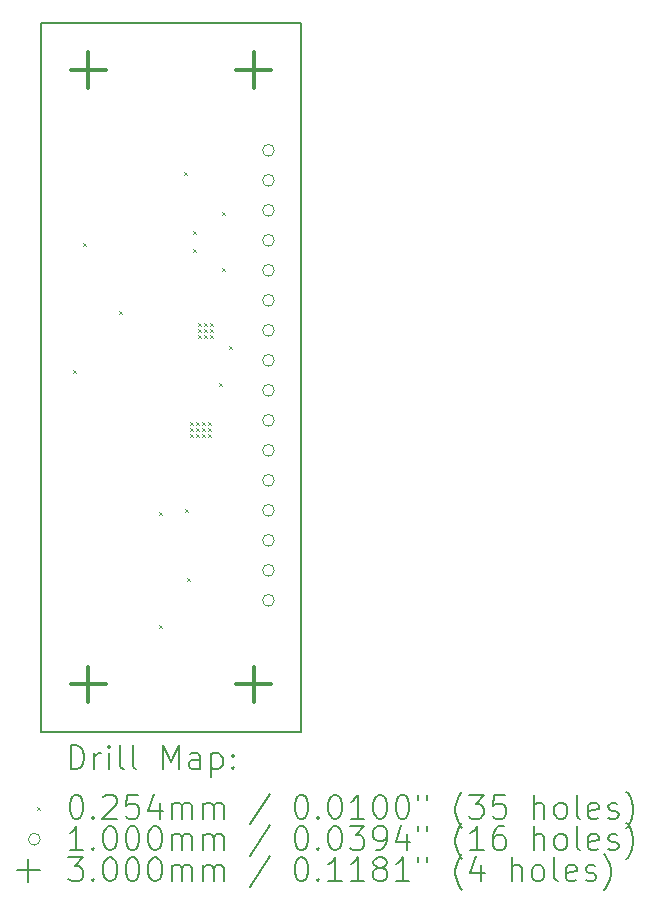
<source format=gbr>
%FSLAX45Y45*%
G04 Gerber Fmt 4.5, Leading zero omitted, Abs format (unit mm)*
G04 Created by KiCad (PCBNEW 6.0.2+dfsg-1) date 2022-07-08 08:02:09*
%MOMM*%
%LPD*%
G01*
G04 APERTURE LIST*
%TA.AperFunction,Profile*%
%ADD10C,0.150000*%
%TD*%
%ADD11C,0.200000*%
%ADD12C,0.025400*%
%ADD13C,0.100000*%
%ADD14C,0.300000*%
G04 APERTURE END LIST*
D10*
X12300000Y-9900000D02*
X12300000Y-3900000D01*
X12300000Y-3900000D02*
X14500000Y-3900000D01*
X14500000Y-3900000D02*
X14500000Y-9900000D01*
X14500000Y-9900000D02*
X12300000Y-9900000D01*
D11*
D12*
X12573000Y-6841950D02*
X12598400Y-6867350D01*
X12598400Y-6841950D02*
X12573000Y-6867350D01*
X12651740Y-5759450D02*
X12677140Y-5784850D01*
X12677140Y-5759450D02*
X12651740Y-5784850D01*
X12960350Y-6337300D02*
X12985750Y-6362700D01*
X12985750Y-6337300D02*
X12960350Y-6362700D01*
X13296900Y-8045200D02*
X13322300Y-8070600D01*
X13322300Y-8045200D02*
X13296900Y-8070600D01*
X13296900Y-8998200D02*
X13322300Y-9023600D01*
X13322300Y-8998200D02*
X13296900Y-9023600D01*
X13505850Y-5162550D02*
X13531250Y-5187950D01*
X13531250Y-5162550D02*
X13505850Y-5187950D01*
X13516600Y-8013700D02*
X13542000Y-8039100D01*
X13542000Y-8013700D02*
X13516600Y-8039100D01*
X13537260Y-8596380D02*
X13562660Y-8621780D01*
X13562660Y-8596380D02*
X13537260Y-8621780D01*
X13563600Y-7277100D02*
X13589000Y-7302500D01*
X13589000Y-7277100D02*
X13563600Y-7302500D01*
X13563600Y-7327900D02*
X13589000Y-7353300D01*
X13589000Y-7327900D02*
X13563600Y-7353300D01*
X13563600Y-7378700D02*
X13589000Y-7404100D01*
X13589000Y-7378700D02*
X13563600Y-7404100D01*
X13589000Y-5816600D02*
X13614400Y-5842000D01*
X13614400Y-5816600D02*
X13589000Y-5842000D01*
X13589010Y-5664200D02*
X13614410Y-5689600D01*
X13614410Y-5664200D02*
X13589010Y-5689600D01*
X13614400Y-7277100D02*
X13639800Y-7302500D01*
X13639800Y-7277100D02*
X13614400Y-7302500D01*
X13614400Y-7327900D02*
X13639800Y-7353300D01*
X13639800Y-7327900D02*
X13614400Y-7353300D01*
X13614400Y-7378700D02*
X13639800Y-7404100D01*
X13639800Y-7378700D02*
X13614400Y-7404100D01*
X13627100Y-6438900D02*
X13652500Y-6464300D01*
X13652500Y-6438900D02*
X13627100Y-6464300D01*
X13627100Y-6489700D02*
X13652500Y-6515100D01*
X13652500Y-6489700D02*
X13627100Y-6515100D01*
X13627100Y-6540500D02*
X13652500Y-6565900D01*
X13652500Y-6540500D02*
X13627100Y-6565900D01*
X13665200Y-7277100D02*
X13690600Y-7302500D01*
X13690600Y-7277100D02*
X13665200Y-7302500D01*
X13665200Y-7327900D02*
X13690600Y-7353300D01*
X13690600Y-7327900D02*
X13665200Y-7353300D01*
X13665200Y-7378700D02*
X13690600Y-7404100D01*
X13690600Y-7378700D02*
X13665200Y-7404100D01*
X13677900Y-6438900D02*
X13703300Y-6464300D01*
X13703300Y-6438900D02*
X13677900Y-6464300D01*
X13677900Y-6489700D02*
X13703300Y-6515100D01*
X13703300Y-6489700D02*
X13677900Y-6515100D01*
X13677900Y-6540500D02*
X13703300Y-6565900D01*
X13703300Y-6540500D02*
X13677900Y-6565900D01*
X13716000Y-7277100D02*
X13741400Y-7302500D01*
X13741400Y-7277100D02*
X13716000Y-7302500D01*
X13716000Y-7327900D02*
X13741400Y-7353300D01*
X13741400Y-7327900D02*
X13716000Y-7353300D01*
X13716000Y-7378700D02*
X13741400Y-7404100D01*
X13741400Y-7378700D02*
X13716000Y-7404100D01*
X13728700Y-6438900D02*
X13754100Y-6464300D01*
X13754100Y-6438900D02*
X13728700Y-6464300D01*
X13728700Y-6489700D02*
X13754100Y-6515100D01*
X13754100Y-6489700D02*
X13728700Y-6515100D01*
X13728700Y-6540500D02*
X13754100Y-6565900D01*
X13754100Y-6540500D02*
X13728700Y-6565900D01*
X13807440Y-6946900D02*
X13832840Y-6972300D01*
X13832840Y-6946900D02*
X13807440Y-6972300D01*
X13830300Y-5503700D02*
X13855700Y-5529100D01*
X13855700Y-5503700D02*
X13830300Y-5529100D01*
X13830300Y-5979400D02*
X13855700Y-6004800D01*
X13855700Y-5979400D02*
X13830300Y-6004800D01*
X13886180Y-6637010D02*
X13911580Y-6662410D01*
X13911580Y-6637010D02*
X13886180Y-6662410D01*
D13*
X14274000Y-4978400D02*
G75*
G03*
X14274000Y-4978400I-50000J0D01*
G01*
X14274000Y-5232400D02*
G75*
G03*
X14274000Y-5232400I-50000J0D01*
G01*
X14274000Y-5486400D02*
G75*
G03*
X14274000Y-5486400I-50000J0D01*
G01*
X14274000Y-5740400D02*
G75*
G03*
X14274000Y-5740400I-50000J0D01*
G01*
X14274000Y-5994400D02*
G75*
G03*
X14274000Y-5994400I-50000J0D01*
G01*
X14274000Y-6248400D02*
G75*
G03*
X14274000Y-6248400I-50000J0D01*
G01*
X14274000Y-6502400D02*
G75*
G03*
X14274000Y-6502400I-50000J0D01*
G01*
X14274000Y-6756400D02*
G75*
G03*
X14274000Y-6756400I-50000J0D01*
G01*
X14274000Y-7010400D02*
G75*
G03*
X14274000Y-7010400I-50000J0D01*
G01*
X14274000Y-7264400D02*
G75*
G03*
X14274000Y-7264400I-50000J0D01*
G01*
X14274000Y-7518400D02*
G75*
G03*
X14274000Y-7518400I-50000J0D01*
G01*
X14274000Y-7772400D02*
G75*
G03*
X14274000Y-7772400I-50000J0D01*
G01*
X14274000Y-8026400D02*
G75*
G03*
X14274000Y-8026400I-50000J0D01*
G01*
X14274000Y-8280400D02*
G75*
G03*
X14274000Y-8280400I-50000J0D01*
G01*
X14274000Y-8534400D02*
G75*
G03*
X14274000Y-8534400I-50000J0D01*
G01*
X14274000Y-8788400D02*
G75*
G03*
X14274000Y-8788400I-50000J0D01*
G01*
D14*
X12700000Y-4150000D02*
X12700000Y-4450000D01*
X12550000Y-4300000D02*
X12850000Y-4300000D01*
X12700000Y-9350000D02*
X12700000Y-9650000D01*
X12550000Y-9500000D02*
X12850000Y-9500000D01*
X14100000Y-4150000D02*
X14100000Y-4450000D01*
X13950000Y-4300000D02*
X14250000Y-4300000D01*
X14100000Y-9350000D02*
X14100000Y-9650000D01*
X13950000Y-9500000D02*
X14250000Y-9500000D01*
D11*
X12550119Y-10217976D02*
X12550119Y-10017976D01*
X12597738Y-10017976D01*
X12626309Y-10027500D01*
X12645357Y-10046548D01*
X12654881Y-10065595D01*
X12664405Y-10103690D01*
X12664405Y-10132262D01*
X12654881Y-10170357D01*
X12645357Y-10189405D01*
X12626309Y-10208452D01*
X12597738Y-10217976D01*
X12550119Y-10217976D01*
X12750119Y-10217976D02*
X12750119Y-10084643D01*
X12750119Y-10122738D02*
X12759643Y-10103690D01*
X12769167Y-10094167D01*
X12788214Y-10084643D01*
X12807262Y-10084643D01*
X12873928Y-10217976D02*
X12873928Y-10084643D01*
X12873928Y-10017976D02*
X12864405Y-10027500D01*
X12873928Y-10037024D01*
X12883452Y-10027500D01*
X12873928Y-10017976D01*
X12873928Y-10037024D01*
X12997738Y-10217976D02*
X12978690Y-10208452D01*
X12969167Y-10189405D01*
X12969167Y-10017976D01*
X13102500Y-10217976D02*
X13083452Y-10208452D01*
X13073928Y-10189405D01*
X13073928Y-10017976D01*
X13331071Y-10217976D02*
X13331071Y-10017976D01*
X13397738Y-10160833D01*
X13464405Y-10017976D01*
X13464405Y-10217976D01*
X13645357Y-10217976D02*
X13645357Y-10113214D01*
X13635833Y-10094167D01*
X13616786Y-10084643D01*
X13578690Y-10084643D01*
X13559643Y-10094167D01*
X13645357Y-10208452D02*
X13626309Y-10217976D01*
X13578690Y-10217976D01*
X13559643Y-10208452D01*
X13550119Y-10189405D01*
X13550119Y-10170357D01*
X13559643Y-10151310D01*
X13578690Y-10141786D01*
X13626309Y-10141786D01*
X13645357Y-10132262D01*
X13740595Y-10084643D02*
X13740595Y-10284643D01*
X13740595Y-10094167D02*
X13759643Y-10084643D01*
X13797738Y-10084643D01*
X13816786Y-10094167D01*
X13826309Y-10103690D01*
X13835833Y-10122738D01*
X13835833Y-10179881D01*
X13826309Y-10198929D01*
X13816786Y-10208452D01*
X13797738Y-10217976D01*
X13759643Y-10217976D01*
X13740595Y-10208452D01*
X13921548Y-10198929D02*
X13931071Y-10208452D01*
X13921548Y-10217976D01*
X13912024Y-10208452D01*
X13921548Y-10198929D01*
X13921548Y-10217976D01*
X13921548Y-10094167D02*
X13931071Y-10103690D01*
X13921548Y-10113214D01*
X13912024Y-10103690D01*
X13921548Y-10094167D01*
X13921548Y-10113214D01*
D12*
X12267100Y-10534800D02*
X12292500Y-10560200D01*
X12292500Y-10534800D02*
X12267100Y-10560200D01*
D11*
X12588214Y-10437976D02*
X12607262Y-10437976D01*
X12626309Y-10447500D01*
X12635833Y-10457024D01*
X12645357Y-10476071D01*
X12654881Y-10514167D01*
X12654881Y-10561786D01*
X12645357Y-10599881D01*
X12635833Y-10618929D01*
X12626309Y-10628452D01*
X12607262Y-10637976D01*
X12588214Y-10637976D01*
X12569167Y-10628452D01*
X12559643Y-10618929D01*
X12550119Y-10599881D01*
X12540595Y-10561786D01*
X12540595Y-10514167D01*
X12550119Y-10476071D01*
X12559643Y-10457024D01*
X12569167Y-10447500D01*
X12588214Y-10437976D01*
X12740595Y-10618929D02*
X12750119Y-10628452D01*
X12740595Y-10637976D01*
X12731071Y-10628452D01*
X12740595Y-10618929D01*
X12740595Y-10637976D01*
X12826309Y-10457024D02*
X12835833Y-10447500D01*
X12854881Y-10437976D01*
X12902500Y-10437976D01*
X12921548Y-10447500D01*
X12931071Y-10457024D01*
X12940595Y-10476071D01*
X12940595Y-10495119D01*
X12931071Y-10523690D01*
X12816786Y-10637976D01*
X12940595Y-10637976D01*
X13121548Y-10437976D02*
X13026309Y-10437976D01*
X13016786Y-10533214D01*
X13026309Y-10523690D01*
X13045357Y-10514167D01*
X13092976Y-10514167D01*
X13112024Y-10523690D01*
X13121548Y-10533214D01*
X13131071Y-10552262D01*
X13131071Y-10599881D01*
X13121548Y-10618929D01*
X13112024Y-10628452D01*
X13092976Y-10637976D01*
X13045357Y-10637976D01*
X13026309Y-10628452D01*
X13016786Y-10618929D01*
X13302500Y-10504643D02*
X13302500Y-10637976D01*
X13254881Y-10428452D02*
X13207262Y-10571310D01*
X13331071Y-10571310D01*
X13407262Y-10637976D02*
X13407262Y-10504643D01*
X13407262Y-10523690D02*
X13416786Y-10514167D01*
X13435833Y-10504643D01*
X13464405Y-10504643D01*
X13483452Y-10514167D01*
X13492976Y-10533214D01*
X13492976Y-10637976D01*
X13492976Y-10533214D02*
X13502500Y-10514167D01*
X13521548Y-10504643D01*
X13550119Y-10504643D01*
X13569167Y-10514167D01*
X13578690Y-10533214D01*
X13578690Y-10637976D01*
X13673928Y-10637976D02*
X13673928Y-10504643D01*
X13673928Y-10523690D02*
X13683452Y-10514167D01*
X13702500Y-10504643D01*
X13731071Y-10504643D01*
X13750119Y-10514167D01*
X13759643Y-10533214D01*
X13759643Y-10637976D01*
X13759643Y-10533214D02*
X13769167Y-10514167D01*
X13788214Y-10504643D01*
X13816786Y-10504643D01*
X13835833Y-10514167D01*
X13845357Y-10533214D01*
X13845357Y-10637976D01*
X14235833Y-10428452D02*
X14064405Y-10685595D01*
X14492976Y-10437976D02*
X14512024Y-10437976D01*
X14531071Y-10447500D01*
X14540595Y-10457024D01*
X14550119Y-10476071D01*
X14559643Y-10514167D01*
X14559643Y-10561786D01*
X14550119Y-10599881D01*
X14540595Y-10618929D01*
X14531071Y-10628452D01*
X14512024Y-10637976D01*
X14492976Y-10637976D01*
X14473928Y-10628452D01*
X14464405Y-10618929D01*
X14454881Y-10599881D01*
X14445357Y-10561786D01*
X14445357Y-10514167D01*
X14454881Y-10476071D01*
X14464405Y-10457024D01*
X14473928Y-10447500D01*
X14492976Y-10437976D01*
X14645357Y-10618929D02*
X14654881Y-10628452D01*
X14645357Y-10637976D01*
X14635833Y-10628452D01*
X14645357Y-10618929D01*
X14645357Y-10637976D01*
X14778690Y-10437976D02*
X14797738Y-10437976D01*
X14816786Y-10447500D01*
X14826309Y-10457024D01*
X14835833Y-10476071D01*
X14845357Y-10514167D01*
X14845357Y-10561786D01*
X14835833Y-10599881D01*
X14826309Y-10618929D01*
X14816786Y-10628452D01*
X14797738Y-10637976D01*
X14778690Y-10637976D01*
X14759643Y-10628452D01*
X14750119Y-10618929D01*
X14740595Y-10599881D01*
X14731071Y-10561786D01*
X14731071Y-10514167D01*
X14740595Y-10476071D01*
X14750119Y-10457024D01*
X14759643Y-10447500D01*
X14778690Y-10437976D01*
X15035833Y-10637976D02*
X14921548Y-10637976D01*
X14978690Y-10637976D02*
X14978690Y-10437976D01*
X14959643Y-10466548D01*
X14940595Y-10485595D01*
X14921548Y-10495119D01*
X15159643Y-10437976D02*
X15178690Y-10437976D01*
X15197738Y-10447500D01*
X15207262Y-10457024D01*
X15216786Y-10476071D01*
X15226309Y-10514167D01*
X15226309Y-10561786D01*
X15216786Y-10599881D01*
X15207262Y-10618929D01*
X15197738Y-10628452D01*
X15178690Y-10637976D01*
X15159643Y-10637976D01*
X15140595Y-10628452D01*
X15131071Y-10618929D01*
X15121548Y-10599881D01*
X15112024Y-10561786D01*
X15112024Y-10514167D01*
X15121548Y-10476071D01*
X15131071Y-10457024D01*
X15140595Y-10447500D01*
X15159643Y-10437976D01*
X15350119Y-10437976D02*
X15369167Y-10437976D01*
X15388214Y-10447500D01*
X15397738Y-10457024D01*
X15407262Y-10476071D01*
X15416786Y-10514167D01*
X15416786Y-10561786D01*
X15407262Y-10599881D01*
X15397738Y-10618929D01*
X15388214Y-10628452D01*
X15369167Y-10637976D01*
X15350119Y-10637976D01*
X15331071Y-10628452D01*
X15321548Y-10618929D01*
X15312024Y-10599881D01*
X15302500Y-10561786D01*
X15302500Y-10514167D01*
X15312024Y-10476071D01*
X15321548Y-10457024D01*
X15331071Y-10447500D01*
X15350119Y-10437976D01*
X15492976Y-10437976D02*
X15492976Y-10476071D01*
X15569167Y-10437976D02*
X15569167Y-10476071D01*
X15864405Y-10714167D02*
X15854881Y-10704643D01*
X15835833Y-10676071D01*
X15826309Y-10657024D01*
X15816786Y-10628452D01*
X15807262Y-10580833D01*
X15807262Y-10542738D01*
X15816786Y-10495119D01*
X15826309Y-10466548D01*
X15835833Y-10447500D01*
X15854881Y-10418929D01*
X15864405Y-10409405D01*
X15921548Y-10437976D02*
X16045357Y-10437976D01*
X15978690Y-10514167D01*
X16007262Y-10514167D01*
X16026309Y-10523690D01*
X16035833Y-10533214D01*
X16045357Y-10552262D01*
X16045357Y-10599881D01*
X16035833Y-10618929D01*
X16026309Y-10628452D01*
X16007262Y-10637976D01*
X15950119Y-10637976D01*
X15931071Y-10628452D01*
X15921548Y-10618929D01*
X16226309Y-10437976D02*
X16131071Y-10437976D01*
X16121548Y-10533214D01*
X16131071Y-10523690D01*
X16150119Y-10514167D01*
X16197738Y-10514167D01*
X16216786Y-10523690D01*
X16226309Y-10533214D01*
X16235833Y-10552262D01*
X16235833Y-10599881D01*
X16226309Y-10618929D01*
X16216786Y-10628452D01*
X16197738Y-10637976D01*
X16150119Y-10637976D01*
X16131071Y-10628452D01*
X16121548Y-10618929D01*
X16473928Y-10637976D02*
X16473928Y-10437976D01*
X16559643Y-10637976D02*
X16559643Y-10533214D01*
X16550119Y-10514167D01*
X16531071Y-10504643D01*
X16502500Y-10504643D01*
X16483452Y-10514167D01*
X16473928Y-10523690D01*
X16683452Y-10637976D02*
X16664405Y-10628452D01*
X16654881Y-10618929D01*
X16645357Y-10599881D01*
X16645357Y-10542738D01*
X16654881Y-10523690D01*
X16664405Y-10514167D01*
X16683452Y-10504643D01*
X16712024Y-10504643D01*
X16731071Y-10514167D01*
X16740595Y-10523690D01*
X16750119Y-10542738D01*
X16750119Y-10599881D01*
X16740595Y-10618929D01*
X16731071Y-10628452D01*
X16712024Y-10637976D01*
X16683452Y-10637976D01*
X16864405Y-10637976D02*
X16845357Y-10628452D01*
X16835833Y-10609405D01*
X16835833Y-10437976D01*
X17016786Y-10628452D02*
X16997738Y-10637976D01*
X16959643Y-10637976D01*
X16940595Y-10628452D01*
X16931071Y-10609405D01*
X16931071Y-10533214D01*
X16940595Y-10514167D01*
X16959643Y-10504643D01*
X16997738Y-10504643D01*
X17016786Y-10514167D01*
X17026310Y-10533214D01*
X17026310Y-10552262D01*
X16931071Y-10571310D01*
X17102500Y-10628452D02*
X17121548Y-10637976D01*
X17159643Y-10637976D01*
X17178690Y-10628452D01*
X17188214Y-10609405D01*
X17188214Y-10599881D01*
X17178690Y-10580833D01*
X17159643Y-10571310D01*
X17131071Y-10571310D01*
X17112024Y-10561786D01*
X17102500Y-10542738D01*
X17102500Y-10533214D01*
X17112024Y-10514167D01*
X17131071Y-10504643D01*
X17159643Y-10504643D01*
X17178690Y-10514167D01*
X17254881Y-10714167D02*
X17264405Y-10704643D01*
X17283452Y-10676071D01*
X17292976Y-10657024D01*
X17302500Y-10628452D01*
X17312024Y-10580833D01*
X17312024Y-10542738D01*
X17302500Y-10495119D01*
X17292976Y-10466548D01*
X17283452Y-10447500D01*
X17264405Y-10418929D01*
X17254881Y-10409405D01*
D13*
X12292500Y-10811500D02*
G75*
G03*
X12292500Y-10811500I-50000J0D01*
G01*
D11*
X12654881Y-10901976D02*
X12540595Y-10901976D01*
X12597738Y-10901976D02*
X12597738Y-10701976D01*
X12578690Y-10730548D01*
X12559643Y-10749595D01*
X12540595Y-10759119D01*
X12740595Y-10882929D02*
X12750119Y-10892452D01*
X12740595Y-10901976D01*
X12731071Y-10892452D01*
X12740595Y-10882929D01*
X12740595Y-10901976D01*
X12873928Y-10701976D02*
X12892976Y-10701976D01*
X12912024Y-10711500D01*
X12921548Y-10721024D01*
X12931071Y-10740071D01*
X12940595Y-10778167D01*
X12940595Y-10825786D01*
X12931071Y-10863881D01*
X12921548Y-10882929D01*
X12912024Y-10892452D01*
X12892976Y-10901976D01*
X12873928Y-10901976D01*
X12854881Y-10892452D01*
X12845357Y-10882929D01*
X12835833Y-10863881D01*
X12826309Y-10825786D01*
X12826309Y-10778167D01*
X12835833Y-10740071D01*
X12845357Y-10721024D01*
X12854881Y-10711500D01*
X12873928Y-10701976D01*
X13064405Y-10701976D02*
X13083452Y-10701976D01*
X13102500Y-10711500D01*
X13112024Y-10721024D01*
X13121548Y-10740071D01*
X13131071Y-10778167D01*
X13131071Y-10825786D01*
X13121548Y-10863881D01*
X13112024Y-10882929D01*
X13102500Y-10892452D01*
X13083452Y-10901976D01*
X13064405Y-10901976D01*
X13045357Y-10892452D01*
X13035833Y-10882929D01*
X13026309Y-10863881D01*
X13016786Y-10825786D01*
X13016786Y-10778167D01*
X13026309Y-10740071D01*
X13035833Y-10721024D01*
X13045357Y-10711500D01*
X13064405Y-10701976D01*
X13254881Y-10701976D02*
X13273928Y-10701976D01*
X13292976Y-10711500D01*
X13302500Y-10721024D01*
X13312024Y-10740071D01*
X13321548Y-10778167D01*
X13321548Y-10825786D01*
X13312024Y-10863881D01*
X13302500Y-10882929D01*
X13292976Y-10892452D01*
X13273928Y-10901976D01*
X13254881Y-10901976D01*
X13235833Y-10892452D01*
X13226309Y-10882929D01*
X13216786Y-10863881D01*
X13207262Y-10825786D01*
X13207262Y-10778167D01*
X13216786Y-10740071D01*
X13226309Y-10721024D01*
X13235833Y-10711500D01*
X13254881Y-10701976D01*
X13407262Y-10901976D02*
X13407262Y-10768643D01*
X13407262Y-10787690D02*
X13416786Y-10778167D01*
X13435833Y-10768643D01*
X13464405Y-10768643D01*
X13483452Y-10778167D01*
X13492976Y-10797214D01*
X13492976Y-10901976D01*
X13492976Y-10797214D02*
X13502500Y-10778167D01*
X13521548Y-10768643D01*
X13550119Y-10768643D01*
X13569167Y-10778167D01*
X13578690Y-10797214D01*
X13578690Y-10901976D01*
X13673928Y-10901976D02*
X13673928Y-10768643D01*
X13673928Y-10787690D02*
X13683452Y-10778167D01*
X13702500Y-10768643D01*
X13731071Y-10768643D01*
X13750119Y-10778167D01*
X13759643Y-10797214D01*
X13759643Y-10901976D01*
X13759643Y-10797214D02*
X13769167Y-10778167D01*
X13788214Y-10768643D01*
X13816786Y-10768643D01*
X13835833Y-10778167D01*
X13845357Y-10797214D01*
X13845357Y-10901976D01*
X14235833Y-10692452D02*
X14064405Y-10949595D01*
X14492976Y-10701976D02*
X14512024Y-10701976D01*
X14531071Y-10711500D01*
X14540595Y-10721024D01*
X14550119Y-10740071D01*
X14559643Y-10778167D01*
X14559643Y-10825786D01*
X14550119Y-10863881D01*
X14540595Y-10882929D01*
X14531071Y-10892452D01*
X14512024Y-10901976D01*
X14492976Y-10901976D01*
X14473928Y-10892452D01*
X14464405Y-10882929D01*
X14454881Y-10863881D01*
X14445357Y-10825786D01*
X14445357Y-10778167D01*
X14454881Y-10740071D01*
X14464405Y-10721024D01*
X14473928Y-10711500D01*
X14492976Y-10701976D01*
X14645357Y-10882929D02*
X14654881Y-10892452D01*
X14645357Y-10901976D01*
X14635833Y-10892452D01*
X14645357Y-10882929D01*
X14645357Y-10901976D01*
X14778690Y-10701976D02*
X14797738Y-10701976D01*
X14816786Y-10711500D01*
X14826309Y-10721024D01*
X14835833Y-10740071D01*
X14845357Y-10778167D01*
X14845357Y-10825786D01*
X14835833Y-10863881D01*
X14826309Y-10882929D01*
X14816786Y-10892452D01*
X14797738Y-10901976D01*
X14778690Y-10901976D01*
X14759643Y-10892452D01*
X14750119Y-10882929D01*
X14740595Y-10863881D01*
X14731071Y-10825786D01*
X14731071Y-10778167D01*
X14740595Y-10740071D01*
X14750119Y-10721024D01*
X14759643Y-10711500D01*
X14778690Y-10701976D01*
X14912024Y-10701976D02*
X15035833Y-10701976D01*
X14969167Y-10778167D01*
X14997738Y-10778167D01*
X15016786Y-10787690D01*
X15026309Y-10797214D01*
X15035833Y-10816262D01*
X15035833Y-10863881D01*
X15026309Y-10882929D01*
X15016786Y-10892452D01*
X14997738Y-10901976D01*
X14940595Y-10901976D01*
X14921548Y-10892452D01*
X14912024Y-10882929D01*
X15131071Y-10901976D02*
X15169167Y-10901976D01*
X15188214Y-10892452D01*
X15197738Y-10882929D01*
X15216786Y-10854357D01*
X15226309Y-10816262D01*
X15226309Y-10740071D01*
X15216786Y-10721024D01*
X15207262Y-10711500D01*
X15188214Y-10701976D01*
X15150119Y-10701976D01*
X15131071Y-10711500D01*
X15121548Y-10721024D01*
X15112024Y-10740071D01*
X15112024Y-10787690D01*
X15121548Y-10806738D01*
X15131071Y-10816262D01*
X15150119Y-10825786D01*
X15188214Y-10825786D01*
X15207262Y-10816262D01*
X15216786Y-10806738D01*
X15226309Y-10787690D01*
X15397738Y-10768643D02*
X15397738Y-10901976D01*
X15350119Y-10692452D02*
X15302500Y-10835310D01*
X15426309Y-10835310D01*
X15492976Y-10701976D02*
X15492976Y-10740071D01*
X15569167Y-10701976D02*
X15569167Y-10740071D01*
X15864405Y-10978167D02*
X15854881Y-10968643D01*
X15835833Y-10940071D01*
X15826309Y-10921024D01*
X15816786Y-10892452D01*
X15807262Y-10844833D01*
X15807262Y-10806738D01*
X15816786Y-10759119D01*
X15826309Y-10730548D01*
X15835833Y-10711500D01*
X15854881Y-10682929D01*
X15864405Y-10673405D01*
X16045357Y-10901976D02*
X15931071Y-10901976D01*
X15988214Y-10901976D02*
X15988214Y-10701976D01*
X15969167Y-10730548D01*
X15950119Y-10749595D01*
X15931071Y-10759119D01*
X16216786Y-10701976D02*
X16178690Y-10701976D01*
X16159643Y-10711500D01*
X16150119Y-10721024D01*
X16131071Y-10749595D01*
X16121548Y-10787690D01*
X16121548Y-10863881D01*
X16131071Y-10882929D01*
X16140595Y-10892452D01*
X16159643Y-10901976D01*
X16197738Y-10901976D01*
X16216786Y-10892452D01*
X16226309Y-10882929D01*
X16235833Y-10863881D01*
X16235833Y-10816262D01*
X16226309Y-10797214D01*
X16216786Y-10787690D01*
X16197738Y-10778167D01*
X16159643Y-10778167D01*
X16140595Y-10787690D01*
X16131071Y-10797214D01*
X16121548Y-10816262D01*
X16473928Y-10901976D02*
X16473928Y-10701976D01*
X16559643Y-10901976D02*
X16559643Y-10797214D01*
X16550119Y-10778167D01*
X16531071Y-10768643D01*
X16502500Y-10768643D01*
X16483452Y-10778167D01*
X16473928Y-10787690D01*
X16683452Y-10901976D02*
X16664405Y-10892452D01*
X16654881Y-10882929D01*
X16645357Y-10863881D01*
X16645357Y-10806738D01*
X16654881Y-10787690D01*
X16664405Y-10778167D01*
X16683452Y-10768643D01*
X16712024Y-10768643D01*
X16731071Y-10778167D01*
X16740595Y-10787690D01*
X16750119Y-10806738D01*
X16750119Y-10863881D01*
X16740595Y-10882929D01*
X16731071Y-10892452D01*
X16712024Y-10901976D01*
X16683452Y-10901976D01*
X16864405Y-10901976D02*
X16845357Y-10892452D01*
X16835833Y-10873405D01*
X16835833Y-10701976D01*
X17016786Y-10892452D02*
X16997738Y-10901976D01*
X16959643Y-10901976D01*
X16940595Y-10892452D01*
X16931071Y-10873405D01*
X16931071Y-10797214D01*
X16940595Y-10778167D01*
X16959643Y-10768643D01*
X16997738Y-10768643D01*
X17016786Y-10778167D01*
X17026310Y-10797214D01*
X17026310Y-10816262D01*
X16931071Y-10835310D01*
X17102500Y-10892452D02*
X17121548Y-10901976D01*
X17159643Y-10901976D01*
X17178690Y-10892452D01*
X17188214Y-10873405D01*
X17188214Y-10863881D01*
X17178690Y-10844833D01*
X17159643Y-10835310D01*
X17131071Y-10835310D01*
X17112024Y-10825786D01*
X17102500Y-10806738D01*
X17102500Y-10797214D01*
X17112024Y-10778167D01*
X17131071Y-10768643D01*
X17159643Y-10768643D01*
X17178690Y-10778167D01*
X17254881Y-10978167D02*
X17264405Y-10968643D01*
X17283452Y-10940071D01*
X17292976Y-10921024D01*
X17302500Y-10892452D01*
X17312024Y-10844833D01*
X17312024Y-10806738D01*
X17302500Y-10759119D01*
X17292976Y-10730548D01*
X17283452Y-10711500D01*
X17264405Y-10682929D01*
X17254881Y-10673405D01*
X12192500Y-10975500D02*
X12192500Y-11175500D01*
X12092500Y-11075500D02*
X12292500Y-11075500D01*
X12531071Y-10965976D02*
X12654881Y-10965976D01*
X12588214Y-11042167D01*
X12616786Y-11042167D01*
X12635833Y-11051690D01*
X12645357Y-11061214D01*
X12654881Y-11080262D01*
X12654881Y-11127881D01*
X12645357Y-11146929D01*
X12635833Y-11156452D01*
X12616786Y-11165976D01*
X12559643Y-11165976D01*
X12540595Y-11156452D01*
X12531071Y-11146929D01*
X12740595Y-11146929D02*
X12750119Y-11156452D01*
X12740595Y-11165976D01*
X12731071Y-11156452D01*
X12740595Y-11146929D01*
X12740595Y-11165976D01*
X12873928Y-10965976D02*
X12892976Y-10965976D01*
X12912024Y-10975500D01*
X12921548Y-10985024D01*
X12931071Y-11004071D01*
X12940595Y-11042167D01*
X12940595Y-11089786D01*
X12931071Y-11127881D01*
X12921548Y-11146929D01*
X12912024Y-11156452D01*
X12892976Y-11165976D01*
X12873928Y-11165976D01*
X12854881Y-11156452D01*
X12845357Y-11146929D01*
X12835833Y-11127881D01*
X12826309Y-11089786D01*
X12826309Y-11042167D01*
X12835833Y-11004071D01*
X12845357Y-10985024D01*
X12854881Y-10975500D01*
X12873928Y-10965976D01*
X13064405Y-10965976D02*
X13083452Y-10965976D01*
X13102500Y-10975500D01*
X13112024Y-10985024D01*
X13121548Y-11004071D01*
X13131071Y-11042167D01*
X13131071Y-11089786D01*
X13121548Y-11127881D01*
X13112024Y-11146929D01*
X13102500Y-11156452D01*
X13083452Y-11165976D01*
X13064405Y-11165976D01*
X13045357Y-11156452D01*
X13035833Y-11146929D01*
X13026309Y-11127881D01*
X13016786Y-11089786D01*
X13016786Y-11042167D01*
X13026309Y-11004071D01*
X13035833Y-10985024D01*
X13045357Y-10975500D01*
X13064405Y-10965976D01*
X13254881Y-10965976D02*
X13273928Y-10965976D01*
X13292976Y-10975500D01*
X13302500Y-10985024D01*
X13312024Y-11004071D01*
X13321548Y-11042167D01*
X13321548Y-11089786D01*
X13312024Y-11127881D01*
X13302500Y-11146929D01*
X13292976Y-11156452D01*
X13273928Y-11165976D01*
X13254881Y-11165976D01*
X13235833Y-11156452D01*
X13226309Y-11146929D01*
X13216786Y-11127881D01*
X13207262Y-11089786D01*
X13207262Y-11042167D01*
X13216786Y-11004071D01*
X13226309Y-10985024D01*
X13235833Y-10975500D01*
X13254881Y-10965976D01*
X13407262Y-11165976D02*
X13407262Y-11032643D01*
X13407262Y-11051690D02*
X13416786Y-11042167D01*
X13435833Y-11032643D01*
X13464405Y-11032643D01*
X13483452Y-11042167D01*
X13492976Y-11061214D01*
X13492976Y-11165976D01*
X13492976Y-11061214D02*
X13502500Y-11042167D01*
X13521548Y-11032643D01*
X13550119Y-11032643D01*
X13569167Y-11042167D01*
X13578690Y-11061214D01*
X13578690Y-11165976D01*
X13673928Y-11165976D02*
X13673928Y-11032643D01*
X13673928Y-11051690D02*
X13683452Y-11042167D01*
X13702500Y-11032643D01*
X13731071Y-11032643D01*
X13750119Y-11042167D01*
X13759643Y-11061214D01*
X13759643Y-11165976D01*
X13759643Y-11061214D02*
X13769167Y-11042167D01*
X13788214Y-11032643D01*
X13816786Y-11032643D01*
X13835833Y-11042167D01*
X13845357Y-11061214D01*
X13845357Y-11165976D01*
X14235833Y-10956452D02*
X14064405Y-11213595D01*
X14492976Y-10965976D02*
X14512024Y-10965976D01*
X14531071Y-10975500D01*
X14540595Y-10985024D01*
X14550119Y-11004071D01*
X14559643Y-11042167D01*
X14559643Y-11089786D01*
X14550119Y-11127881D01*
X14540595Y-11146929D01*
X14531071Y-11156452D01*
X14512024Y-11165976D01*
X14492976Y-11165976D01*
X14473928Y-11156452D01*
X14464405Y-11146929D01*
X14454881Y-11127881D01*
X14445357Y-11089786D01*
X14445357Y-11042167D01*
X14454881Y-11004071D01*
X14464405Y-10985024D01*
X14473928Y-10975500D01*
X14492976Y-10965976D01*
X14645357Y-11146929D02*
X14654881Y-11156452D01*
X14645357Y-11165976D01*
X14635833Y-11156452D01*
X14645357Y-11146929D01*
X14645357Y-11165976D01*
X14845357Y-11165976D02*
X14731071Y-11165976D01*
X14788214Y-11165976D02*
X14788214Y-10965976D01*
X14769167Y-10994548D01*
X14750119Y-11013595D01*
X14731071Y-11023119D01*
X15035833Y-11165976D02*
X14921548Y-11165976D01*
X14978690Y-11165976D02*
X14978690Y-10965976D01*
X14959643Y-10994548D01*
X14940595Y-11013595D01*
X14921548Y-11023119D01*
X15150119Y-11051690D02*
X15131071Y-11042167D01*
X15121548Y-11032643D01*
X15112024Y-11013595D01*
X15112024Y-11004071D01*
X15121548Y-10985024D01*
X15131071Y-10975500D01*
X15150119Y-10965976D01*
X15188214Y-10965976D01*
X15207262Y-10975500D01*
X15216786Y-10985024D01*
X15226309Y-11004071D01*
X15226309Y-11013595D01*
X15216786Y-11032643D01*
X15207262Y-11042167D01*
X15188214Y-11051690D01*
X15150119Y-11051690D01*
X15131071Y-11061214D01*
X15121548Y-11070738D01*
X15112024Y-11089786D01*
X15112024Y-11127881D01*
X15121548Y-11146929D01*
X15131071Y-11156452D01*
X15150119Y-11165976D01*
X15188214Y-11165976D01*
X15207262Y-11156452D01*
X15216786Y-11146929D01*
X15226309Y-11127881D01*
X15226309Y-11089786D01*
X15216786Y-11070738D01*
X15207262Y-11061214D01*
X15188214Y-11051690D01*
X15416786Y-11165976D02*
X15302500Y-11165976D01*
X15359643Y-11165976D02*
X15359643Y-10965976D01*
X15340595Y-10994548D01*
X15321548Y-11013595D01*
X15302500Y-11023119D01*
X15492976Y-10965976D02*
X15492976Y-11004071D01*
X15569167Y-10965976D02*
X15569167Y-11004071D01*
X15864405Y-11242167D02*
X15854881Y-11232643D01*
X15835833Y-11204071D01*
X15826309Y-11185024D01*
X15816786Y-11156452D01*
X15807262Y-11108833D01*
X15807262Y-11070738D01*
X15816786Y-11023119D01*
X15826309Y-10994548D01*
X15835833Y-10975500D01*
X15854881Y-10946929D01*
X15864405Y-10937405D01*
X16026309Y-11032643D02*
X16026309Y-11165976D01*
X15978690Y-10956452D02*
X15931071Y-11099310D01*
X16054881Y-11099310D01*
X16283452Y-11165976D02*
X16283452Y-10965976D01*
X16369167Y-11165976D02*
X16369167Y-11061214D01*
X16359643Y-11042167D01*
X16340595Y-11032643D01*
X16312024Y-11032643D01*
X16292976Y-11042167D01*
X16283452Y-11051690D01*
X16492976Y-11165976D02*
X16473928Y-11156452D01*
X16464405Y-11146929D01*
X16454881Y-11127881D01*
X16454881Y-11070738D01*
X16464405Y-11051690D01*
X16473928Y-11042167D01*
X16492976Y-11032643D01*
X16521548Y-11032643D01*
X16540595Y-11042167D01*
X16550119Y-11051690D01*
X16559643Y-11070738D01*
X16559643Y-11127881D01*
X16550119Y-11146929D01*
X16540595Y-11156452D01*
X16521548Y-11165976D01*
X16492976Y-11165976D01*
X16673928Y-11165976D02*
X16654881Y-11156452D01*
X16645357Y-11137405D01*
X16645357Y-10965976D01*
X16826310Y-11156452D02*
X16807262Y-11165976D01*
X16769167Y-11165976D01*
X16750119Y-11156452D01*
X16740595Y-11137405D01*
X16740595Y-11061214D01*
X16750119Y-11042167D01*
X16769167Y-11032643D01*
X16807262Y-11032643D01*
X16826310Y-11042167D01*
X16835833Y-11061214D01*
X16835833Y-11080262D01*
X16740595Y-11099310D01*
X16912024Y-11156452D02*
X16931071Y-11165976D01*
X16969167Y-11165976D01*
X16988214Y-11156452D01*
X16997738Y-11137405D01*
X16997738Y-11127881D01*
X16988214Y-11108833D01*
X16969167Y-11099310D01*
X16940595Y-11099310D01*
X16921548Y-11089786D01*
X16912024Y-11070738D01*
X16912024Y-11061214D01*
X16921548Y-11042167D01*
X16940595Y-11032643D01*
X16969167Y-11032643D01*
X16988214Y-11042167D01*
X17064405Y-11242167D02*
X17073929Y-11232643D01*
X17092976Y-11204071D01*
X17102500Y-11185024D01*
X17112024Y-11156452D01*
X17121548Y-11108833D01*
X17121548Y-11070738D01*
X17112024Y-11023119D01*
X17102500Y-10994548D01*
X17092976Y-10975500D01*
X17073929Y-10946929D01*
X17064405Y-10937405D01*
M02*

</source>
